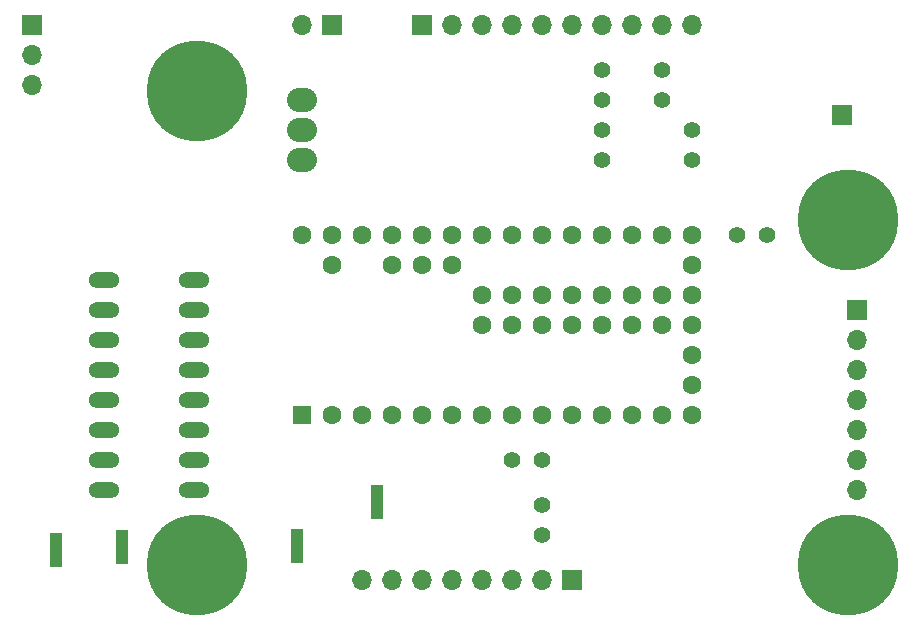
<source format=gbr>
G04 #@! TF.FileFunction,Soldermask,Top*
%FSLAX46Y46*%
G04 Gerber Fmt 4.6, Leading zero omitted, Abs format (unit mm)*
G04 Created by KiCad (PCBNEW 4.0.6) date Wed Sep 27 08:45:41 2017*
%MOMM*%
%LPD*%
G01*
G04 APERTURE LIST*
%ADD10C,0.100000*%
%ADD11O,2.641600X1.320800*%
%ADD12R,1.700000X1.700000*%
%ADD13O,1.700000X1.700000*%
%ADD14R,1.000000X3.000000*%
%ADD15C,1.397000*%
%ADD16C,1.600000*%
%ADD17R,1.600000X1.600000*%
%ADD18O,2.540000X2.032000*%
%ADD19C,8.500000*%
G04 APERTURE END LIST*
D10*
D11*
X101346000Y-140970000D03*
X101346000Y-138430000D03*
X101346000Y-125730000D03*
X101346000Y-123190000D03*
X101346000Y-135890000D03*
X101346000Y-133350000D03*
X101346000Y-128270000D03*
X101346000Y-130810000D03*
X93726000Y-123190000D03*
X93726000Y-125730000D03*
X93726000Y-128270000D03*
X93726000Y-130810000D03*
X93726000Y-133350000D03*
X93726000Y-135890000D03*
X93726000Y-138430000D03*
X93726000Y-140970000D03*
D12*
X133350000Y-148590000D03*
D13*
X130810000Y-148590000D03*
X128270000Y-148590000D03*
X125730000Y-148590000D03*
X123190000Y-148590000D03*
X120650000Y-148590000D03*
X118110000Y-148590000D03*
X115570000Y-148590000D03*
D12*
X156210000Y-109220000D03*
D14*
X95250000Y-145820000D03*
D12*
X87630000Y-101600000D03*
D13*
X87630000Y-104140000D03*
X87630000Y-106680000D03*
D14*
X116840000Y-142010000D03*
D12*
X157480000Y-125730000D03*
D13*
X157480000Y-128270000D03*
X157480000Y-130810000D03*
X157480000Y-133350000D03*
X157480000Y-135890000D03*
X157480000Y-138430000D03*
X157480000Y-140970000D03*
D12*
X120650000Y-101600000D03*
D13*
X123190000Y-101600000D03*
X125730000Y-101600000D03*
X128270000Y-101600000D03*
X130810000Y-101600000D03*
X133350000Y-101600000D03*
X135890000Y-101600000D03*
X138430000Y-101600000D03*
X140970000Y-101600000D03*
X143510000Y-101600000D03*
D15*
X149860000Y-119380000D03*
X147320000Y-119380000D03*
X135890000Y-110490000D03*
X135890000Y-113030000D03*
X135890000Y-105410000D03*
X135890000Y-107950000D03*
X130810000Y-138430000D03*
X128270000Y-138430000D03*
X130810000Y-142240000D03*
X130810000Y-144780000D03*
X143510000Y-113030000D03*
X143510000Y-110490000D03*
X140970000Y-105410000D03*
X140970000Y-107950000D03*
D12*
X113030000Y-101600000D03*
D13*
X110490000Y-101600000D03*
D16*
X143510000Y-127000000D03*
X143510000Y-124460000D03*
X143510000Y-121920000D03*
X143510000Y-119380000D03*
X143510000Y-129540000D03*
X143510000Y-132080000D03*
X143510000Y-134620000D03*
X140970000Y-119380000D03*
X138430000Y-119380000D03*
X135890000Y-119380000D03*
X133350000Y-119380000D03*
X130810000Y-119380000D03*
X128270000Y-119380000D03*
X125730000Y-119380000D03*
X123190000Y-119380000D03*
X120650000Y-119380000D03*
X118110000Y-119380000D03*
X115570000Y-119380000D03*
X113030000Y-119380000D03*
X110490000Y-119380000D03*
X113030000Y-121920000D03*
X118110000Y-121920000D03*
X120650000Y-121920000D03*
X123190000Y-121920000D03*
X140970000Y-134620000D03*
X138430000Y-134620000D03*
X135890000Y-134620000D03*
X133350000Y-134620000D03*
X130810000Y-134620000D03*
X128270000Y-134620000D03*
X125730000Y-134620000D03*
X123190000Y-134620000D03*
X120650000Y-134620000D03*
X118110000Y-134620000D03*
X115570000Y-134620000D03*
X113030000Y-134620000D03*
D17*
X110490000Y-134620000D03*
D16*
X125730000Y-127000000D03*
X128270000Y-127000000D03*
X130810000Y-127000000D03*
X133350000Y-127000000D03*
X135890000Y-127000000D03*
X138430000Y-127000000D03*
X140970000Y-127000000D03*
X140970000Y-124460000D03*
X138430000Y-124460000D03*
X135890000Y-124460000D03*
X133350000Y-124460000D03*
X130810000Y-124460000D03*
X128270000Y-124460000D03*
X125730000Y-124460000D03*
D18*
X110490000Y-110490000D03*
X110490000Y-113030000D03*
X110490000Y-107950000D03*
D19*
X101600000Y-147320000D03*
X101600000Y-107188000D03*
X156718000Y-147320000D03*
X156718000Y-118110000D03*
D14*
X89662000Y-146074000D03*
X110109000Y-145693000D03*
M02*

</source>
